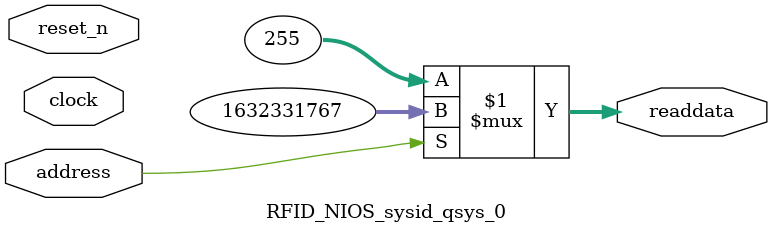
<source format=v>



// synthesis translate_off
`timescale 1ns / 1ps
// synthesis translate_on

// turn off superfluous verilog processor warnings 
// altera message_level Level1 
// altera message_off 10034 10035 10036 10037 10230 10240 10030 

module RFID_NIOS_sysid_qsys_0 (
               // inputs:
                address,
                clock,
                reset_n,

               // outputs:
                readdata
             )
;

  output  [ 31: 0] readdata;
  input            address;
  input            clock;
  input            reset_n;

  wire    [ 31: 0] readdata;
  //control_slave, which is an e_avalon_slave
  assign readdata = address ? 1632331767 : 255;

endmodule



</source>
